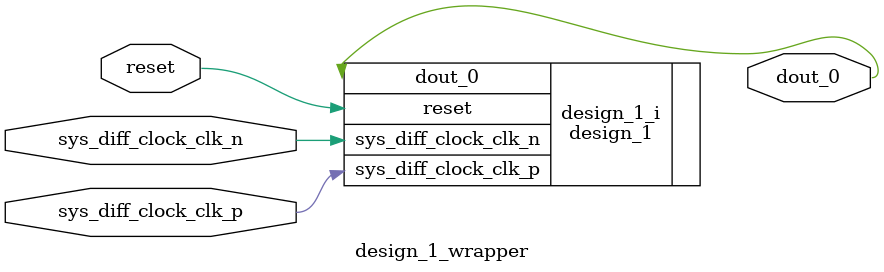
<source format=v>
`timescale 1 ps / 1 ps

module design_1_wrapper
   (dout_0,
    reset,
    sys_diff_clock_clk_n,
    sys_diff_clock_clk_p);
  output [0:0]dout_0;
  input reset;
  input sys_diff_clock_clk_n;
  input sys_diff_clock_clk_p;

  wire [0:0]dout_0;
  wire reset;
  wire sys_diff_clock_clk_n;
  wire sys_diff_clock_clk_p;

  design_1 design_1_i
       (.dout_0(dout_0),
        .reset(reset),
        .sys_diff_clock_clk_n(sys_diff_clock_clk_n),
        .sys_diff_clock_clk_p(sys_diff_clock_clk_p));
endmodule

</source>
